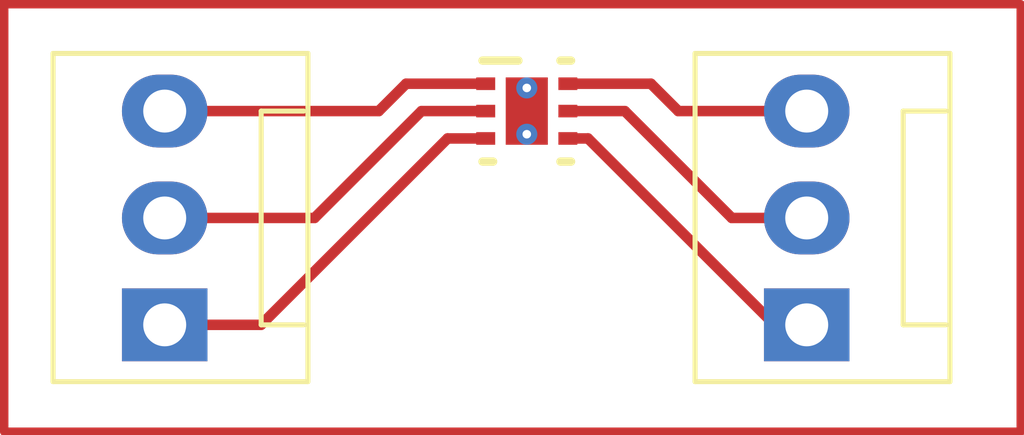
<source format=kicad_pcb>
(kicad_pcb (version 20221018) (generator pcbnew)
  (layers (0 "F.Cu" signal) (31 "B.Cu" signal) (34 "B.Paste" user) (35 "F.Paste" user) (36 "B.SilkS" user "B.Silkscreen") (37 "F.SilkS" user "F.Silkscreen") (38 "B.Mask" user) (39 "F.Mask" user) (44 "Edge.Cuts" user))
  (net 0 "")
  (footprint "VolrageRegs:DRV0006A" (layer "F.Cu") (at 64.474999 45.72)
    (fp_text reference "REF**" hide)
    (fp_text value "DRV0006A" hide)
    (fp_line (start -1.05 -1.2) (end -0.2 -1.2) (stroke (width 0.2)) (layer "F.SilkS"))
    (fp_line (start -1.05 1.2) (end -0.800001 1.2) (stroke (width 0.2)) (layer "F.SilkS"))
    (fp_line (start 0.800001 -1.2) (end 1.05 -1.2) (stroke (width 0.2)) (layer "F.SilkS"))
    (fp_line (start 0.800001 1.2) (end 1.05 1.2) (stroke (width 0.2)) (layer "F.SilkS"))
    (pad "1" smd rect (at -0.974999 -0.650001 90) (size 0.299999 0.449999) (layers "F.Cu" "F.Paste" "F.Mask"))
    (pad "2" smd rect (at -0.974999 0 90) (size 0.299999 0.449999) (layers "F.Cu" "F.Paste" "F.Mask"))
    (pad "3" smd rect (at -0.974999 0.649999 90) (size 0.299999 0.449999) (layers "F.Cu" "F.Paste" "F.Mask"))
    (pad "4" smd rect (at 0.974999 0.649999 90) (size 0.299999 0.449999) (layers "F.Cu" "F.Paste" "F.Mask"))
    (pad "5" smd rect (at 0.974999 0 90) (size 0.299999 0.449999) (layers "F.Cu" "F.Paste" "F.Mask"))
    (pad "6" smd rect (at 0.974999 -0.650001 90) (size 0.299999 0.449999) (layers "F.Cu" "F.Paste" "F.Mask"))
    (pad "7" smd rect (at 0 0) (size 1 1.599999) (layers "F.Cu" "F.Paste" "F.Mask"))
    (pad "V" thru_hole circle (at 0 -0.549999) (size 0.499999 0.499999) (drill 0.2032) (layers "*.Cu" "*.Mask"))
    (pad "V" thru_hole circle (at 0 0.549999) (size 0.499999 0.499999) (drill 0.2032) (layers "*.Cu" "*.Mask"))
  )
  (footprint "Connector:FanPinHeader_1x03_P2.54mm_Vertical" (layer "F.Cu") (at 71.12 50.8 90)
    (fp_text reference "REF**" hide)
    (fp_text value "FanPinHeader_1x03_P2.54mm_Vertical" hide)
    (fp_line (start -1.35 -2.65) (end 6.45 -2.65) (stroke (width 0.12)) (layer "F.SilkS"))
    (fp_line (start -1.35 3.4) (end -1.35 -2.65) (stroke (width 0.12)) (layer "F.SilkS"))
    (fp_line (start 0 2.29) (end 5.08 2.29) (stroke (width 0.12)) (layer "F.SilkS"))
    (fp_line (start 0 3.3) (end 0 2.29) (stroke (width 0.12)) (layer "F.SilkS"))
    (fp_line (start 5.08 2.29) (end 5.08 3.3) (stroke (width 0.12)) (layer "F.SilkS"))
    (fp_line (start 6.45 -2.65) (end 6.45 3.4) (stroke (width 0.12)) (layer "F.SilkS"))
    (fp_line (start 6.45 3.4) (end -1.35 3.4) (stroke (width 0.12)) (layer "F.SilkS"))
    (pad "1" thru_hole rect (at 0 0 180) (size 2.03 1.73) (drill 1.02) (layers "*.Cu" "*.Mask"))
    (pad "2" thru_hole oval (at 2.54 0 180) (size 2.03 1.73) (drill 1.02) (layers "*.Cu" "*.Mask"))
    (pad "3" thru_hole oval (at 5.08 0 180) (size 2.03 1.73) (drill 1.02) (layers "*.Cu" "*.Mask"))
  )
  (footprint "Connector:FanPinHeader_1x03_P2.54mm_Vertical" (layer "F.Cu") (at 55.88 50.8 90)
    (fp_text reference "REF**" hide)
    (fp_text value "FanPinHeader_1x03_P2.54mm_Vertical" hide)
    (fp_line (start -1.35 -2.65) (end 6.45 -2.65) (stroke (width 0.12)) (layer "F.SilkS"))
    (fp_line (start -1.35 3.4) (end -1.35 -2.65) (stroke (width 0.12)) (layer "F.SilkS"))
    (fp_line (start 0 2.29) (end 5.08 2.29) (stroke (width 0.12)) (layer "F.SilkS"))
    (fp_line (start 0 3.3) (end 0 2.29) (stroke (width 0.12)) (layer "F.SilkS"))
    (fp_line (start 5.08 2.29) (end 5.08 3.3) (stroke (width 0.12)) (layer "F.SilkS"))
    (fp_line (start 6.45 -2.65) (end 6.45 3.4) (stroke (width 0.12)) (layer "F.SilkS"))
    (fp_line (start 6.45 3.4) (end -1.35 3.4) (stroke (width 0.12)) (layer "F.SilkS"))
    (pad "1" thru_hole rect (at 0 0 180) (size 2.03 1.73) (drill 1.02) (layers "*.Cu" "*.Mask"))
    (pad "2" thru_hole oval (at 2.54 0 180) (size 2.03 1.73) (drill 1.02) (layers "*.Cu" "*.Mask"))
    (pad "3" thru_hole oval (at 5.08 0 180) (size 2.03 1.73) (drill 1.02) (layers "*.Cu" "*.Mask"))
  )
  (gr_rect (start 52.07 43.18) (end 76.2 53.34) (stroke (width 0.2)) (fill none) (layer "F.Cu"))
  (segment (start 62.596001 46.369999) (end 58.166 50.8) (width 0.25) (layer "F.Cu") (net 0))
  (segment (start 65.449998 45.069999) (end 67.421999 45.069999) (width 0.25) (layer "F.Cu") (net 0))
  (segment (start 65.449998 45.72) (end 66.802 45.72) (width 0.25) (layer "F.Cu") (net 0))
  (segment (start 63.5 45.72) (end 61.976 45.72) (width 0.25) (layer "F.Cu") (net 0))
  (segment (start 68.072 45.72) (end 71.12 45.72) (width 0.25) (layer "F.Cu") (net 0))
  (segment (start 70.358 50.8) (end 71.12 50.8) (width 0.25) (layer "F.Cu") (net 0))
  (segment (start 59.436 48.26) (end 55.88 48.26) (width 0.25) (layer "F.Cu") (net 0))
  (segment (start 69.342 48.26) (end 71.12 48.26) (width 0.25) (layer "F.Cu") (net 0))
  (segment (start 61.610001 45.069999) (end 60.96 45.72) (width 0.25) (layer "F.Cu") (net 0))
  (segment (start 63.5 45.069999) (end 61.610001 45.069999) (width 0.25) (layer "F.Cu") (net 0))
  (segment (start 60.96 45.72) (end 55.88 45.72) (width 0.25) (layer "F.Cu") (net 0))
  (segment (start 58.166 50.8) (end 55.88 50.8) (width 0.25) (layer "F.Cu") (net 0))
  (segment (start 63.5 46.369999) (end 62.596001 46.369999) (width 0.25) (layer "F.Cu") (net 0))
  (segment (start 61.976 45.72) (end 59.436 48.26) (width 0.25) (layer "F.Cu") (net 0))
  (segment (start 66.802 45.72) (end 69.342 48.26) (width 0.25) (layer "F.Cu") (net 0))
  (segment (start 67.421999 45.069999) (end 68.072 45.72) (width 0.25) (layer "F.Cu") (net 0))
  (segment (start 65.449998 46.369999) (end 65.927999 46.369999) (width 0.25) (layer "F.Cu") (net 0))
  (segment (start 65.927999 46.369999) (end 70.358 50.8) (width 0.25) (layer "F.Cu") (net 0))
)
</source>
